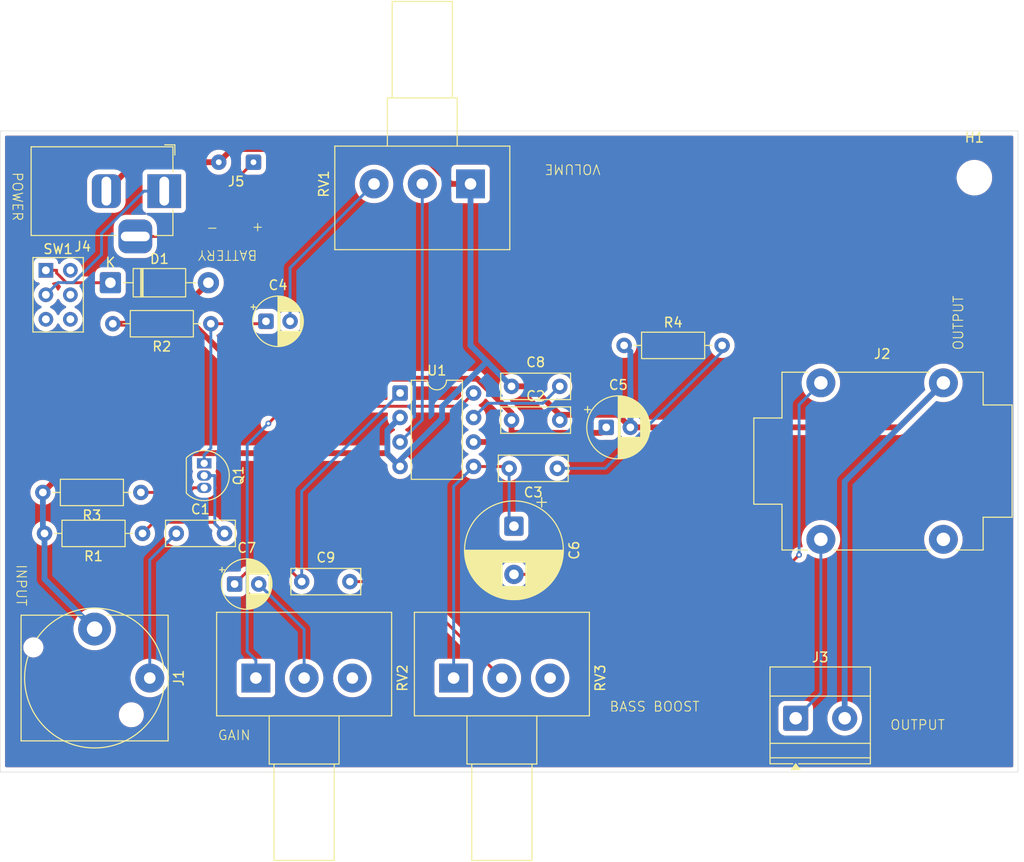
<source format=kicad_pcb>
(kicad_pcb (version 20241229) (generator "pcbnew") (generator_version "9.0")
  (layers (0 "F.Cu" signal) (2 "B.Cu" signal) (13 "F.Paste" user) (15 "B.Paste" user) (5 "F.SilkS" user "F.Silkscreen") (7 "B.SilkS" user "B.Silkscreen") (1 "F.Mask" user) (3 "B.Mask" user) (25 "Edge.Cuts" user))
  (net 0 "")
  (net 1 "Net-(C1-Pad1)")
  (net 2 "Net-(Q1-G)")
  (net 3 "+9V")
  (net 4 "GND")
  (net 5 "Net-(C3-Pad2)")
  (net 6 "Net-(C3-Pad1)")
  (net 7 "Net-(Q1-D)")
  (net 8 "Net-(C4-Pad2)")
  (net 9 "Net-(C6-Pad2)")
  (net 10 "Net-(C7-Pad2)")
  (net 11 "Net-(C7-Pad1)")
  (net 12 "Net-(U1-BYPASS)")
  (net 13 "Net-(C9-Pad2)")
  (net 14 "Net-(D1-K)")
  (net 15 "Net-(J3-Pin_1)")
  (net 16 "/SWITCH")
  (net 17 "Net-(SW1-B)")
  (net 18 "Net-(Q1-S)")
  (net 19 "Net-(U1-+)")
  (net 21 "Net-(RV2-Pad1)")
  (footprint "Capacitor_THT:CP_Radial_D10.0mm_P5.00mm" (layer "F.Cu") (at 133.75 101 -90)
    (property "Reference" "C6" (at 2.5 -6.25 90) (layer "F.SilkS"))
    (property "Value" "470u")
    (pad "1" thru_hole roundrect (at 0 0 270) (size 2 2) (drill 1) (layers "*.Cu" "*.Mask") (roundrect_rratio 0.125) (net 5 "Net-(C3-Pad2)"))
    (pad "2" thru_hole circle (at 5 0 270) (size 2 2) (drill 1) (layers "*.Cu" "*.Mask") (net 9 "Net-(C6-Pad2)"))
  )
  (footprint "Capacitor_THT:C_Rect_L7.0mm_W2.5mm_P5.00mm" (layer "F.Cu") (at 98.75 101.75)
    (property "Reference" "C1" (at 2.5 -2.5 0) (layer "F.SilkS"))
    (property "Value" "0.1u")
    (pad "1" thru_hole circle (at 0 0) (size 1.6 1.6) (drill 0.8) (layers "*.Cu" "*.Mask") (net 1 "Net-(C1-Pad1)"))
    (pad "2" thru_hole circle (at 5 0) (size 1.6 1.6) (drill 0.8) (layers "*.Cu" "*.Mask") (net 2 "Net-(Q1-G)"))
  )
  (footprint "Capacitor_THT:C_Rect_L7.0mm_W2.5mm_P5.00mm" (layer "F.Cu") (at 111.75 106.75)
    (property "Reference" "C9" (at 2.5 -2.5 0) (layer "F.SilkS"))
    (property "Value" "33N")
    (pad "1" thru_hole circle (at 0 0) (size 1.6 1.6) (drill 0.8) (layers "*.Cu" "*.Mask") (net 11 "Net-(C7-Pad1)"))
    (pad "2" thru_hole circle (at 5 0) (size 1.6 1.6) (drill 0.8) (layers "*.Cu" "*.Mask") (net 13 "Net-(C9-Pad2)"))
  )
  (footprint "Potentiometer_THT:Potentiometer_Alps_RK163_Single_Horizontal" (layer "F.Cu") (at 127.5 116.75 90)
    (property "Reference" "RV3" (at 0 15.2 90) (layer "F.SilkS"))
    (property "Value" "10K LIN")
    (pad "1" thru_hole rect (at 0 0 270) (size 3 3) (drill 1.2) (layers "*.Cu" "*.Mask") (net 5 "Net-(C3-Pad2)"))
    (pad "2" thru_hole circle (at 0 5 270) (size 3 3) (drill 1.2) (layers "*.Cu" "*.Mask") (net 13 "Net-(C9-Pad2)"))
    (pad "3" thru_hole circle (at 0 10 270) (size 3 3) (drill 1.2) (layers "*.Cu" "*.Mask"))
  )
  (footprint "Resistor_THT:R_Axial_DIN0207_L6.3mm_D2.5mm_P10.16mm_Horizontal" (layer "F.Cu") (at 145.17 82.25)
    (property "Reference" "R4" (at 5.08 -2.37 0) (layer "F.SilkS"))
    (property "Value" "40")
    (pad "1" thru_hole circle (at 0 0) (size 1.6 1.6) (drill 0.8) (layers "*.Cu" "*.Mask") (net 4 "GND"))
    (pad "2" thru_hole circle (at 10.16 0) (size 1.6 1.6) (drill 0.8) (layers "*.Cu" "*.Mask") (net 6 "Net-(C3-Pad1)"))
  )
  (footprint "Capacitor_THT:C_Rect_L7.0mm_W2.5mm_P5.00mm" (layer "F.Cu") (at 138.25 95 180)
    (property "Reference" "C3" (at 2.5 -2.5 0) (layer "F.SilkS"))
    (property "Value" "470u")
    (pad "1" thru_hole circle (at 0 0 180) (size 1.6 1.6) (drill 0.8) (layers "*.Cu" "*.Mask") (net 6 "Net-(C3-Pad1)"))
    (pad "2" thru_hole circle (at 5 0 180) (size 1.6 1.6) (drill 0.8) (layers "*.Cu" "*.Mask") (net 5 "Net-(C3-Pad2)"))
  )
  (footprint "Resistor_THT:R_Axial_DIN0207_L6.3mm_D2.5mm_P10.16mm_Horizontal" (layer "F.Cu") (at 102.33 80 180)
    (property "Reference" "R2" (at 5.08 -2.37 0) (layer "F.SilkS"))
    (property "Value" "4.7K")
    (pad "1" thru_hole circle (at 0 0 180) (size 1.6 1.6) (drill 0.8) (layers "*.Cu" "*.Mask") (net 7 "Net-(Q1-D)"))
    (pad "2" thru_hole circle (at 10.16 0 180) (size 1.6 1.6) (drill 0.8) (layers "*.Cu" "*.Mask") (net 3 "+9V"))
  )
  (footprint "Resistor_THT:R_Axial_DIN0207_L6.3mm_D2.5mm_P10.16mm_Horizontal" (layer "F.Cu") (at 95.08 97.5 180)
    (property "Reference" "R3" (at 5.08 -2.37 0) (layer "F.SilkS"))
    (property "Value" "1K")
    (pad "1" thru_hole circle (at 0 0 180) (size 1.6 1.6) (drill 0.8) (layers "*.Cu" "*.Mask") (net 18 "Net-(Q1-S)"))
    (pad "2" thru_hole circle (at 10.16 0 180) (size 1.6 1.6) (drill 0.8) (layers "*.Cu" "*.Mask") (net 4 "GND"))
  )
  (footprint "TerminalBlock_Phoenix:TerminalBlock_Phoenix_MKDS-1,5-2-5.08_1x02_P5.08mm_Horizontal" (layer "F.Cu") (at 162.955 120.9225)
    (property "Reference" "J3" (at 2.54 -6.32 0) (layer "F.SilkS"))
    (property "Value" "Screw_Terminal_01x02")
    (pad "1" thru_hole roundrect (at 0 0) (size 2.6 2.6) (drill 1.3) (layers "*.Cu" "*.Mask") (roundrect_rratio 0.096154) (net 15 "Net-(J3-Pin_1)"))
    (pad "2" thru_hole circle (at 5.08 0) (size 2.6 2.6) (drill 1.3) (layers "*.Cu" "*.Mask") (net 4 "GND"))
  )
  (footprint "Diode_THT:D_DO-41_SOD81_P10.16mm_Horizontal" (layer "F.Cu") (at 91.92 75.75)
    (property "Reference" "D1" (at 5.08 -2.47 0) (layer "F.SilkS"))
    (property "Value" "1N5817")
    (fp_text user "K" (at 0 -2.1 0) (layer "F.SilkS"))
    (pad "1" thru_hole roundrect (at 0 0) (size 2.2 2.2) (drill 1.1) (layers "*.Cu" "*.Mask") (roundrect_rratio 0.113636) (net 14 "Net-(D1-K)"))
    (pad "2" thru_hole circle (at 10.16 0) (size 2.2 2.2) (drill 1.1) (layers "*.Cu" "*.Mask") (net 3 "+9V"))
  )
  (footprint "Capacitor_THT:C_Rect_L7.0mm_W2.5mm_P5.00mm" (layer "F.Cu") (at 133.5 90)
    (property "Reference" "C2" (at 2.5 -2.5 0) (layer "F.SilkS"))
    (property "Value" "100u")
    (pad "1" thru_hole circle (at 0 0) (size 1.6 1.6) (drill 0.8) (layers "*.Cu" "*.Mask") (net 3 "+9V"))
    (pad "2" thru_hole circle (at 5 0) (size 1.6 1.6) (drill 0.8) (layers "*.Cu" "*.Mask") (net 4 "GND"))
  )
  (footprint "Connector_BarrelJack:BarrelJack_Horizontal" (layer "F.Cu") (at 97.5 66.25)
    (property "Reference" "J4" (at -8.45 5.75 0) (layer "F.SilkS"))
    (property "Value" "Barrel_Jack_Switch")
    (pad "1" thru_hole rect (at 0 0) (size 3.5 3.5) (drill oval 1 3) (layers "*.Cu" "*.Mask") (net 17 "Net-(SW1-B)"))
    (pad "2" thru_hole roundrect (at -6 0) (size 3 3.5) (drill oval 1 3) (layers "*.Cu" "*.Mask") (net 4 "GND"))
    (pad "3" thru_hole roundrect (at -3 4.7) (size 3.5 3.5) (drill oval 3 1) (layers "*.Cu" "*.Mask") (net 16 "/SWITCH"))
  )
  (footprint "Resistor_THT:R_Axial_DIN0207_L6.3mm_D2.5mm_P10.16mm_Horizontal" (layer "F.Cu") (at 95.25 101.75 180)
    (property "Reference" "R1" (at 5.08 -2.37 0) (layer "F.SilkS"))
    (property "Value" "1M")
    (pad "1" thru_hole circle (at 0 0 180) (size 1.6 1.6) (drill 0.8) (layers "*.Cu" "*.Mask") (net 2 "Net-(Q1-G)"))
    (pad "2" thru_hole circle (at 10.16 0 180) (size 1.6 1.6) (drill 0.8) (layers "*.Cu" "*.Mask") (net 4 "GND"))
  )
  (footprint "Capacitor_THT:CP_Radial_D6.3mm_P2.50mm" (layer "F.Cu") (at 143.3176 90.75)
    (property "Reference" "C5" (at 1.25 -4.4 0) (layer "F.SilkS"))
    (property "Value" "100u")
    (pad "1" thru_hole roundrect (at 0 0) (size 1.6 1.6) (drill 0.8) (layers "*.Cu" "*.Mask") (roundrect_rratio 0.15625) (net 3 "+9V"))
    (pad "2" thru_hole circle (at 2.5 0) (size 1.6 1.6) (drill 0.8) (layers "*.Cu" "*.Mask") (net 4 "GND"))
  )
  (footprint "MountingHole:MountingHole_3.2mm_M3" (layer "F.Cu") (at 181.4789 64.8515)
    (property "Reference" "H1" (at 0 -4.15 0) (layer "F.SilkS"))
    (property "Value" "MountingHole")
    (pad "" np_thru_hole circle (at 0 0) (size 3.2 3.2) (drill 3.2) (layers "*.Cu" "*.Mask"))
  )
  (footprint "Connector_Audio:Jack_6.35mm_Neutrik_NJ2FD-V_Vertical" (layer "F.Cu") (at 96 116.75 -90)
    (property "Reference" "J1" (at 0 -3 90) (layer "F.SilkS"))
    (property "Value" "AudioJack2")
    (pad "" np_thru_hole circle (at -3.18 12.07 90) (size 1.6 1.6) (drill 1.6) (layers "*.Cu" "*.Mask"))
    (pad "" np_thru_hole circle (at 3.81 1.91 90) (size 2.1 2.1) (drill 2.1) (layers "*.Cu" "*.Mask"))
    (pad "S" thru_hole circle (at -5.08 5.72 90) (size 3.4 3.4) (drill 1.6) (layers "*.Cu" "*.Mask") (net 4 "GND"))
    (pad "T" thru_hole circle (at 0 0 90) (size 3 3) (drill 1.2) (layers "*.Cu" "*.Mask") (net 1 "Net-(C1-Pad1)"))
  )
  (footprint "Connector_Wire:SolderWire-0.1sqmm_1x02_P3.6mm_D0.4mm_OD1mm" (layer "F.Cu") (at 106.75 63.25 180)
    (property "Reference" "J5" (at 1.8 -2 0) (layer "F.SilkS"))
    (property "Value" "Conn_01x02_Pin")
    (pad "1" thru_hole roundrect (at 0 0 180) (size 1.6 1.6) (drill 0.6) (layers "*.Cu" "*.Mask") (roundrect_rratio 0.15625) (net 16 "/SWITCH"))
    (pad "2" thru_hole circle (at 3.6 0 180) (size 1.6 1.6) (drill 0.6) (layers "*.Cu" "*.Mask") (net 4 "GND"))
  )
  (footprint "Package_TO_SOT_THT:TO-92_Inline" (layer "F.Cu") (at 101.64 94.48 -90)
    (property "Reference" "Q1" (at 1.27 -3.56 90) (layer "F.SilkS"))
    (property "Value" "NJFET")
    (pad "1" thru_hole rect (at 0 0 270) (size 1.05 1.5) (drill 0.75) (layers "*.Cu" "*.Mask") (net 7 "Net-(Q1-D)"))
    (pad "2" thru_hole oval (at 1.27 0 270) (size 1.05 1.5) (drill 0.75) (layers "*.Cu" "*.Mask") (net 2 "Net-(Q1-G)"))
    (pad "3" thru_hole oval (at 2.54 0 270) (size 1.05 1.5) (drill 0.75) (layers "*.Cu" "*.Mask") (net 18 "Net-(Q1-S)"))
  )
  (footprint "Connector_Audio:Jack_6.35mm_Neutrik_NMJ4HCD2_Horizontal" (layer "F.Cu") (at 165.565 86.135)
    (property "Reference" "J2" (at 6.35 -3 0) (layer "F.SilkS"))
    (property "Value" "AudioJack2_SwitchT")
    (pad "S" thru_hole circle (at 12.7 0) (size 3 3) (drill 1.4) (layers "*.Cu" "*.Mask") (net 4 "GND"))
    (pad "SN" thru_hole circle (at 12.7 16.23) (size 3 3) (drill 1.4) (layers "*.Cu" "*.Mask"))
    (pad "T" thru_hole circle (at 0 0) (size 3 3) (drill 1.4) (layers "*.Cu" "*.Mask") (net 9 "Net-(C6-Pad2)"))
    (pad "TN" thru_hole circle (at 0 16.23) (size 3 3) (drill 1.4) (layers "*.Cu" "*.Mask") (net 15 "Net-(J3-Pin_1)"))
  )
  (footprint "Capacitor_THT:CP_Radial_D5.0mm_P2.50mm" (layer "F.Cu") (at 104.7949 107)
    (property "Reference" "C7" (at 1.25 -3.75 0) (layer "F.SilkS"))
    (property "Value" "10u")
    (pad "1" thru_hole roundrect (at 0 0) (size 1.6 1.6) (drill 0.8) (layers "*.Cu" "*.Mask") (roundrect_rratio 0.15625) (net 11 "Net-(C7-Pad1)"))
    (pad "2" thru_hole circle (at 2.5 0) (size 1.6 1.6) (drill 0.8) (layers "*.Cu" "*.Mask") (net 10 "Net-(C7-Pad2)"))
  )
  (footprint "Potentiometer_THT:Potentiometer_Alps_RK163_Single_Horizontal" (layer "F.Cu") (at 107 116.75 90)
    (property "Reference" "RV2" (at 0 15.2 90) (layer "F.SilkS"))
    (property "Value" "1K LIN")
    (pad "1" thru_hole rect (at 0 0 270) (size 3 3) (drill 1.2) (layers "*.Cu" "*.Mask") (net 21 "Net-(RV2-Pad1)"))
    (pad "2" thru_hole circle (at 0 5 270) (size 3 3) (drill 1.2) (layers "*.Cu" "*.Mask") (net 10 "Net-(C7-Pad2)"))
    (pad "3" thru_hole circle (at 0 10 270) (size 3 3) (drill 1.2) (layers "*.Cu" "*.Mask"))
  )
  (footprint "Button_Switch_THT:SW_NKK_G1xJP" (layer "F.Cu") (at 85.23 74.46)
    (property "Reference" "SW1" (at 1.27 -2.2 0) (layer "F.SilkS"))
    (property "Value" "SW_SPDT")
    (pad "1" thru_hole rect (at 0 0) (size 1.524 1.524) (drill 0.8128) (layers "*.Cu" "*.Mask") (net 14 "Net-(D1-K)"))
    (pad "2" thru_hole circle (at 0 2.54) (size 1.524 1.524) (drill 0.8128) (layers "*.Cu" "*.Mask") (net 17 "Net-(SW1-B)"))
    (pad "3" thru_hole circle (at 0 5.08) (size 1.524 1.524) (drill 0.8128) (layers "*.Cu" "*.Mask"))
    (pad "4" thru_hole circle (at 2.54 5.08) (size 1.524 1.524) (drill 0.8128) (layers "*.Cu" "*.Mask"))
    (pad "5" thru_hole circle (at 2.54 2.54) (size 1.524 1.524) (drill 0.8128) (layers "*.Cu" "*.Mask"))
    (pad "6" thru_hole circle (at 2.54 0) (size 1.524 1.524) (drill 0.8128) (layers "*.Cu" "*.Mask"))
  )
  (footprint "Package_DIP:DIP-8_W7.62mm" (layer "F.Cu") (at 121.945 87.19)
    (property "Reference" "U1" (at 3.81 -2.33 0) (layer "F.SilkS"))
    (property "Value" "LM386")
    (pad "1" thru_hole roundrect (at 0 0) (size 1.6 1.6) (drill 0.8) (layers "*.Cu" "*.Mask") (roundrect_rratio 0.15625) (net 11 "Net-(C7-Pad1)"))
    (pad "2" thru_hole circle (at 0 2.54) (size 1.6 1.6) (drill 0.8) (layers "*.Cu" "*.Mask") (net 4 "GND"))
    (pad "3" thru_hole circle (at 0 5.08) (size 1.6 1.6) (drill 0.8) (layers "*.Cu" "*.Mask") (net 19 "Net-(U1-+)"))
    (pad "4" thru_hole circle (at 0 7.62) (size 1.6 1.6) (drill 0.8) (layers "*.Cu" "*.Mask") (net 4 "GND"))
    (pad "5" thru_hole circle (at 7.62 7.62) (size 1.6 1.6) (drill 0.8) (layers "*.Cu" "*.Mask") (net 5 "Net-(C3-Pad2)"))
    (pad "6" thru_hole circle (at 7.62 5.08) (size 1.6 1.6) (drill 0.8) (layers "*.Cu" "*.Mask") (net 3 "+9V"))
    (pad "7" thru_hole circle (at 7.62 2.54) (size 1.6 1.6) (drill 0.8) (layers "*.Cu" "*.Mask") (net 12 "Net-(U1-BYPASS)"))
    (pad "8" thru_hole circle (at 7.62 0) (size 1.6 1.6) (drill 0.8) (layers "*.Cu" "*.Mask") (net 21 "Net-(RV2-Pad1)"))
  )
  (footprint "Capacitor_THT:CP_Radial_D5.0mm_P2.50mm" (layer "F.Cu") (at 108.0449 79.75)
    (property "Reference" "C4" (at 1.25 -3.75 0) (layer "F.SilkS"))
    (property "Value" "10u")
    (pad "1" thru_hole roundrect (at 0 0) (size 1.6 1.6) (drill 0.8) (layers "*.Cu" "*.Mask") (roundrect_rratio 0.15625) (net 7 "Net-(Q1-D)"))
    (pad "2" thru_hole circle (at 2.5 0) (size 1.6 1.6) (drill 0.8) (layers "*.Cu" "*.Mask") (net 8 "Net-(C4-Pad2)"))
  )
  (footprint "Potentiometer_THT:Potentiometer_Alps_RK163_Single_Horizontal" (layer "F.Cu") (at 129.25 65.5 -90)
    (property "Reference" "RV1" (at 0 15.2 90) (layer "F.SilkS"))
    (property "Value" "10K LOG")
    (pad "1" thru_hole rect (at 0 0 90) (size 3 3) (drill 1.2) (layers "*.Cu" "*.Mask") (net 4 "GND"))
    (pad "2" thru_hole circle (at 0 5 90) (size 3 3) (drill 1.2) (layers "*.Cu" "*.Mask") (net 19 "Net-(U1-+)"))
    (pad "3" thru_hole circle (at 0 10 90) (size 3 3) (drill 1.2) (layers "*.Cu" "*.Mask") (net 8 "Net-(C4-Pad2)"))
  )
  (footprint "Capacitor_THT:C_Rect_L7.0mm_W2.5mm_P5.00mm" (layer "F.Cu") (at 133.5 86.5)
    (property "Reference" "C8" (at 2.5 -2.5 0) (layer "F.SilkS"))
    (property "Value" "10u")
    (pad "1" thru_hole circle (at 0 0) (size 1.6 1.6) (drill 0.8) (layers "*.Cu" "*.Mask") (net 4 "GND"))
    (pad "2" thru_hole circle (at 5 0) (size 1.6 1.6) (drill 0.8) (layers "*.Cu" "*.Mask") (net 12 "Net-(U1-BYPASS)"))
  )
  (gr_rect (start 80.5 60) (end 186 126.5) (stroke (width 0.05)) (fill no) (layer "Edge.Cuts"))
  (gr_text "OUTPUT\n" (at 180.4 82.8 90) (layer "F.SilkS") (effects (font (size 1 1) (thickness 0.1)) (justify left bottom)))
  (gr_text "BATTERY\n" (at 107.2 72.3 180) (layer "F.SilkS") (effects (font (size 1 1) (thickness 0.1)) (justify left bottom)))
  (gr_text "BASS BOOST\n" (at 143.6 120.3 0) (layer "F.SilkS") (effects (font (size 1 1) (thickness 0.1)) (justify left bottom)))
  (gr_text "POWER\n" (at 81.7 64.2 270) (layer "F.SilkS") (effects (font (size 1 1) (thickness 0.1)) (justify left bottom)))
  (gr_text "+" (at 106.5 70.5 0) (layer "F.SilkS") (effects (font (size 1 1) (thickness 0.1)) (justify left bottom)))
  (gr_text "INPUT\n" (at 82.1 104.9 270) (layer "F.SilkS") (effects (font (size 1 1) (thickness 0.1)) (justify left bottom)))
  (gr_text "-\n" (at 101.8 70.6 0) (layer "F.SilkS") (effects (font (size 1 1) (thickness 0.1)) (justify left bottom)))
  (gr_text "GAIN\n" (at 103 123.27 0) (layer "F.SilkS") (effects (font (size 1 1) (thickness 0.1)) (justify left bottom)))
  (gr_text "VOLUME\n" (at 142.8 63.4 180) (layer "F.SilkS") (effects (font (size 1 1) (thickness 0.1)) (justify left bottom)))
  (gr_text "OUTPUT\n" (at 172.7 122.2 0) (layer "F.SilkS") (effects (font (size 1 1) (thickness 0.1)) (justify left bottom)))
  (segment (start 96 104.5) (end 96 116.75) (width 0.3) (layer "B.Cu") (net 1))
  (segment (start 98.75 101.75) (end 96 104.5) (width 0.3) (layer "B.Cu") (net 1))
  (segment (start 96.4086 100.591) (end 102.591 100.591) (width 0.3) (layer "F.Cu") (net 2))
  (segment (start 102.591 100.591) (end 103.75 101.75) (width 0.3) (layer "F.Cu") (net 2))
  (segment (start 95.25 101.75) (end 96.4086 100.591) (width 0.3) (layer "F.Cu") (net 2))
  (segment (start 102.742 100.742) (end 103.75 101.75) (width 0.3) (layer "B.Cu") (net 2))
  (segment (start 102.742 95.75) (end 102.742 100.742) (width 0.3) (layer "B.Cu") (net 2))
  (segment (start 101.64 95.75) (end 102.742 95.75) (width 0.3) (layer "B.Cu") (net 2))
  (segment (start 102.08 75.75) (end 99.1581 78.6719) (width 0.6) (layer "F.Cu") (net 3))
  (segment (start 143.318 90.7504) (end 143.318 90.7502) (width 0.6) (layer "F.Cu") (net 3))
  (segment (start 133.5 89.2732) (end 133.5 90) (width 0.6) (layer "F.Cu") (net 3))
  (segment (start 133.5 91.32) (end 133.5 92.27) (width 0.6) (layer "F.Cu") (net 3))
  (segment (start 99.1581 78.6719) (end 97.83 80) (width 0.6) (layer "F.Cu") (net 3))
  (segment (start 142.748 91.32) (end 133.5 91.32) (width 0.6) (layer "F.Cu") (net 3))
  (segment (start 129.931 85.7039) (end 133.5 89.2732) (width 0.6) (layer "F.Cu") (net 3))
  (segment (start 143.033 91.035) (end 142.748 91.32) (width 0.6) (layer "F.Cu") (net 3))
  (segment (start 143.033 91.035) (end 143.318 90.7504) (width 0.6) (layer "F.Cu") (net 3))
  (segment (start 97.83 80) (end 92.17 80) (width 0.6) (layer "F.Cu") (net 3))
  (segment (start 133.5 90) (end 133.5 91.32) (width 0.6) (layer "F.Cu") (net 3))
  (segment (start 106.19 85.7039) (end 129.931 85.7039) (width 0.6) (layer "F.Cu") (net 3))
  (segment (start 99.1581 78.6719) (end 106.19 85.7039) (width 0.6) (layer "F.Cu") (net 3))
  (segment (start 133.5 92.27) (end 129.565 92.27) (width 0.6) (layer "F.Cu") (net 3))
  (segment (start 143.318 90.75) (end 143.033 91.035) (width 0.6) (layer "F.Cu") (net 3))
  (segment (start 143.318 90.7502) (end 143.3178 90.7502) (width 0.6) (layer "F.Cu") (net 3))
  (segment (start 143.318 90.7502) (end 143.318 90.75) (width 0.6) (layer "F.Cu") (net 3))
  (segment (start 143.3178 90.7502) (end 143.3176 90.75) (width 0.6) (layer "F.Cu") (net 3))
  (segment (start 138.5 89.4467) (end 144.514 89.4467) (width 0.6) (layer "F.Cu") (net 4))
  (segment (start 84.92 97.5) (end 88.9931 93.4269) (width 0.6) (layer "F.Cu") (net 4))
  (segment (start 145.818 90.75) (end 173.65 90.75) (width 0.6) (layer "F.Cu") (net 4))
  (segment (start 144.514 89.4467) (end 145.818 90.7498) (width 0.6) (layer "F.Cu") (net 4))
  (segment (start 145.818 90.7499) (end 145.8177 90.7499) (width 0.6) (layer "F.Cu") (net 4))
  (segment (start 145.818 90.7499) (end 145.818 90.75) (width 0.6) (layer "F.Cu") (net 4))
  (segment (start 135.553 86.5) (end 133.5 86.5) (width 0.6) (layer "F.Cu") (net 4))
  (segment (start 145.818 90.75) (end 145.818 90.7499) (width 0.6) (layer "F.Cu") (net 4))
  (segment (start 173.65 90.75) (end 178.265 86.135) (width 0.6) (layer "F.Cu") (net 4))
  (segment (start 88.9931 93.4269) (end 120.562 93.4269) (width 0.6) (layer "F.Cu") (net 4))
  (segment (start 123.629 61.8804) (end 104.52 61.8804) (width 0.6) (layer "F.Cu") (net 4))
  (segment (start 94.5 63.25) (end 103.15 63.25) (width 0.6) (layer "F.Cu") (net 4))
  (segment (start 145.8177 90.7499) (end 145.8176 90.75) (width 0.6) (layer "F.Cu") (net 4))
  (segment (start 129.25 65.5) (end 127.248 65.5) (width 0.6) (layer "F.Cu") (net 4))
  (segment (start 104.52 61.8804) (end 103.15 63.25) (width 0.6) (layer "F.Cu") (net 4))
  (segment (start 145.818 90.7499) (end 145.818 90.7498) (width 0.6) (layer "F.Cu") (net 4))
  (segment (start 138.5 90) (end 138.5 89.4467) (width 0.6) (layer "F.Cu") (net 4))
  (segment (start 91.5 66.25) (end 94.5 63.25) (width 0.6) (layer "F.Cu") (net 4))
  (segment (start 145.818 90.7498) (end 145.818 90.7499) (width 0.6) (layer "F.Cu") (net 4))
  (segment (start 120.562 93.4269) (end 121.945 94.81) (width 0.6) (layer "F.Cu") (net 4))
  (segment (start 138.5 89.4467) (end 135.553 86.5) (width 0.6) (layer "F.Cu") (net 4))
  (segment (start 127.248 65.5) (end 123.629 61.8804) (width 0.6) (layer "F.Cu") (net 4))
  (segment (start 130.946 83.9463) (end 133.5 86.5) (width 0.6) (layer "B.Cu") (net 4))
  (segment (start 90.28 111.67) (end 85.09 106.48) (width 0.6) (layer "B.Cu") (net 4))
  (segment (start 145.818 86.8242) (end 145.818 88.7869) (width 0.6) (layer "B.Cu") (net 4))
  (segment (start 145.8176 88.7873) (end 145.8176 90.75) (width 0.6) (layer "B.Cu") (net 4))
  (segment (start 145.818 82.8976) (end 145.17 82.25) (width 0.6) (layer "B.Cu") (net 4))
  (segment (start 85.09 106.48) (end 85.09 101.75) (width 0.6) (layer "B.Cu") (net 4))
  (segment (start 145.818 88.7869) (end 145.818 90.75) (width 0.6) (layer "B.Cu") (net 4))
  (segment (start 121.945 94.81) (end 121.628 94.4932) (width 0.6) (layer "B.Cu") (net 4))
  (segment (start 168.035 120.922) (end 168.035 96.365) (width 0.6) (layer "B.Cu") (net 4))
  (segment (start 145.818 86.8238) (end 145.818 86.8242) (width 0.6) (layer "B.Cu") (net 4))
  (segment (start 145.818 88.7869) (end 145.8176 88.7873) (width 0.6) (layer "B.Cu") (net 4))
  (segment (start 120.63 91.0448) (end 121.945 89.73) (width 0.6) (layer "B.Cu") (net 4))
  (segment (start 168.035 120.9225) (end 168.035 120.922) (width 0.6) (layer "B.Cu") (net 4))
  (segment (start 85.09 101.75) (end 84.92 101.58) (width 0.6) (layer "B.Cu") (net 4))
  (segment (start 129.25 82.25) (end 130.946 83.9463) (width 0.6) (layer "B.Cu") (net 4))
  (segment (start 126.3 89.8219) (end 126.3 88.5931) (width 0.6) (layer "B.Cu") (net 4))
  (segment (start 126.3 88.5931) (end 130.946 83.9463) (width 0.6) (layer "B.Cu") (net 4))
  (segment (start 129.25 65.5) (end 129.25 82.25) (width 0.6) (layer "B.Cu") (net 4))
  (segment (start 121.628 94.4932) (end 126.3 89.8219) (width 0.6) (layer "B.Cu") (net 4))
  (segment (start 84.92 101.58) (end 84.92 97.5) (width 0.6) (layer "B.Cu") (net 4))
  (segment (start 145.818 90.75) (end 145.818 88.7869) (width 0.6) (layer "B.Cu") (net 4))
  (segment (start 168.035 96.365) (end 178.265 86.135) (width 0.6) (layer "B.Cu") (net 4))
  (segment (start 145.818 86.8238) (end 145.818 82.8976) (width 0.6) (layer "B.Cu") (net 4))
  (segment (start 121.628 94.4932) (end 120.63 93.4952) (width 0.6) (layer "B.Cu") (net 4))
  (segment (start 120.63 93.4952) (end 120.63 91.0448) (width 0.6) (layer "B.Cu") (net 4))
  (segment (start 145.818 88.7869) (end 145.818 86.8238) (width 0.6) (layer "B.Cu") (net 4))
  (segment (start 129.565 94.81) (end 133.06 94.81) (width 0.3) (layer "F.Cu") (net 5))
  (segment (start 133.06 94.81) (end 133.25 95) (width 0.3) (layer "F.Cu") (net 5))
  (segment (start 133.25 100.5) (end 133.25 95) (width 0.3) (layer "B.Cu") (net 5))
  (segment (start 127.5 116.75) (end 127.5 96.875) (width 0.3) (layer "B.Cu") (net 5))
  (segment (start 133.75 101) (end 133.25 100.5) (width 0.3) (layer "B.Cu") (net 5))
  (segment (start 127.5 96.875) (end 129.565 94.81) (width 0.3) (layer "B.Cu") (net 5))
  (segment (start 143.223 95) (end 138.25 95) (width 0.3) (layer "B.Cu") (net 6))
  (segment (start 155.33 82.8926) (end 143.223 95) (width 0.3) (layer "B.Cu") (net 6))
  (segment (start 155.33 82.25) (end 155.33 82.8926) (width 0.3) (layer "B.Cu") (net 6))
  (segment (start 102.33 80) (end 107.795 80) (width 0.3) (layer "F.Cu") (net 7))
  (segment (start 107.795 80) (end 108.045 79.75) (width 0.3) (layer "F.Cu") (net 7))
  (segment (start 108.0449 79.75) (end 108.045 79.75) (width 0.3) (layer "F.Cu") (net 7))
  (segment (start 101.64 94.48) (end 101.64 93.6033) (width 0.3) (layer "B.Cu") (net 7))
  (segment (start 101.64 93.6033) (end 102.33 92.9133) (width 0.3) (layer "B.Cu") (net 7))
  (segment (start 102.33 92.9133) (end 102.33 80) (width 0.3) (layer "B.Cu") (net 7))
  (segment (start 110.5449 78.3638) (end 110.5449 79.75) (width 0.3) (layer "B.Cu") (net 8))
  (segment (start 110.545 76.9776) (end 110.545 78.3637) (width 0.3) (layer "B.Cu") (net 8))
  (segment (start 110.545 78.3637) (end 110.545 79.75) (width 0.3) (layer "B.Cu") (net 8))
  (segment (start 110.545 76.9775) (end 110.545 78.3637) (width 0.3) (layer "B.Cu") (net 8))
  (segment (start 110.545 74.2051) (end 110.545 76.9775) (width 0.3) (layer "B.Cu") (net 8))
  (segment (start 110.545 78.3637) (end 110.5449 78.3638) (width 0.3) (layer "B.Cu") (net 8))
  (segment (start 110.545 76.9775) (end 110.545 76.9776) (width 0.3) (layer "B.Cu") (net 8))
  (segment (start 110.545 78.3637) (end 110.545 79.75) (width 0.3) (layer "B.Cu") (net 8))
  (segment (start 119.25 65.5) (end 110.545 74.2051) (width 0.3) (layer "B.Cu") (net 8))
  (segment (start 133.75 106) (end 161.284 106) (width 0.3) (layer "F.Cu") (net 9))
  (segment (start 161.284 106) (end 163.309 103.975) (width 0.3) (layer "F.Cu") (net 9))
  (via (at 163.309 103.975) (size 0.6) (drill 0.3) (layers "F.Cu" "B.Cu") (net 9))
  (segment (start 163.309 103.975) (end 163.309 88.391) (width 0.3) (layer "B.Cu") (net 9))
  (segment (start 163.309 88.391) (end 165.565 86.135) (width 0.3) (layer "B.Cu") (net 9))
  (segment (start 112 116.75) (end 112 111.705) (width 0.3) (layer "B.Cu") (net 10))
  (segment (start 108.1835 107.889) (end 107.2949 107.0004) (width 0.3) (layer "B.Cu") (net 10))
  (segment (start 108.1835 107.889) (end 107.295 107) (width 0.3) (layer "B.Cu") (net 10))
  (segment (start 107.2949 107.0004) (end 107.2949 107) (width 0.3) (layer "B.Cu") (net 10))
  (segment (start 112 111.705) (end 109.072 108.778) (width 0.3) (layer "B.Cu") (net 10))
  (segment (start 108.1835 107.889) (end 107.295 107) (width 0.3) (layer "B.Cu") (net 10))
  (segment (start 109.072 108.778) (end 108.1835 107.889) (width 0.3) (layer "B.Cu") (net 10))
  (segment (start 109.072 108.778) (end 108.1835 107.889) (width 0.3) (layer "B.Cu") (net 10))
  (segment (start 105.955 105.84) (end 110.84 105.84) (width 0.3) (layer "F.Cu") (net 11))
  (segment (start 105.375 106.42) (end 105.955 105.84) (width 0.3) (layer "F.Cu") (net 11))
  (segment (start 105.3749 106.42) (end 104.7949 107) (width 0.3) (layer "F.Cu") (net 11))
  (segment (start 105.375 106.42) (end 105.3749 106.42) (width 0.3) (layer "F.Cu") (net 11))
  (segment (start 104.795 107) (end 105.375 106.42) (width 0.3) (layer "F.Cu") (net 11))
  (segment (start 110.84 105.84) (end 111.75 106.75) (width 0.3) (layer "F.Cu") (net 11))
  (segment (start 121.945 87.19) (end 111.75 97.385) (width 0.3) (layer "B.Cu") (net 11))
  (segment (start 111.75 97.385) (end 111.75 106.75) (width 0.3) (layer "B.Cu") (net 11))
  (segment (start 129.565 89.73) (end 131.045 88.25) (width 0.3) (layer "B.Cu") (net 12))
  (segment (start 131.045 88.25) (end 136.75 88.25) (width 0.3) (layer "B.Cu") (net 12))
  (segment (start 136.75 88.25) (end 138.5 86.5) (width 0.3) (layer "B.Cu") (net 12))
  (segment (start 122.5 106.75) (end 116.75 106.75) (width 0.3) (layer "F.Cu") (net 13))
  (segment (start 132.5 116.75) (end 122.5 106.75) (width 0.3) (layer "F.Cu") (net 13))
  (segment (start 86.3437 74.7384) (end 87.3553 75.75) (width 0.3) (layer "F.Cu") (net 14))
  (segment (start 86.3437 74.46) (end 86.3437 74.7384) (width 0.3) (layer "F.Cu") (net 14))
  (segment (start 85.23 74.46) (end 86.3437 74.46) (width 0.3) (layer "F.Cu") (net 14))
  (segment (start 87.3553 75.75) (end 91.92 75.75) (width 0.3) (layer "F.Cu") (net 14))
  (segment (start 162.955 120.922) (end 162.955 120.9225) (width 0.3) (layer "B.Cu") (net 15))
  (segment (start 165.565 102.365) (end 165.565 118.312) (width 0.3) (layer "B.Cu") (net 15))
  (segment (start 165.565 118.312) (end 162.955 120.922) (width 0.3) (layer "B.Cu") (net 15))
  (segment (start 99.05 70.95) (end 106.75 63.25) (width 0.3) (layer "F.Cu") (net 16))
  (segment (start 94.5 70.95) (end 99.05 70.95) (width 0.3) (layer "F.Cu") (net 16))
  (segment (start 95.3983 66.25) (end 97.5 66.25) (width 0.3) (layer "B.Cu") (net 17))
  (segment (start 88.093 75.73) (end 91.0029 72.8201) (width 0.3) (layer "B.Cu") (net 17))
  (segment (start 85.23 77) (end 86.5 75.73) (width 0.3) (layer "B.Cu") (net 17))
  (segment (start 91.0029 72.8201) (end 91.0029 70.6454) (width 0.3) (layer "B.Cu") (net 17))
  (segment (start 86.5 75.73) (end 88.093 75.73) (width 0.3) (layer "B.Cu") (net 17))
  (segment (start 91.0029 70.6454) (end 95.3983 66.25) (width 0.3) (layer "B.Cu") (net 17))
  (segment (start 101.64 97.02) (end 100.538 97.02) (width 0.3) (layer "F.Cu") (net 18))
  (segment (start 100.538 97.02) (end 100.058 97.5) (width 0.3) (layer "F.Cu") (net 18))
  (segment (start 100.058 97.5) (end 95.08 97.5) (width 0.3) (layer "F.Cu") (net 18))
  (segment (start 124.25 89.965) (end 121.945 92.27) (width 0.3) (layer "B.Cu") (net 19))
  (segment (start 124.25 65.5) (end 124.25 89.965) (width 0.3) (layer "B.Cu") (net 19))
  (segment (start 110.085 88.5593) (end 128.196 88.5593) (width 0.3) (layer "F.Cu") (net 21))
  (segment (start 108.294 90.35) (end 110.085 88.5593) (width 0.3) (layer "F.Cu") (net 21))
  (segment (start 128.196 88.5593) (end 129.565 87.19) (width 0.3) (layer "F.Cu") (net 21))
  (via (at 108.294 90.35) (size 0.6) (drill 0.3) (layers "F.Cu" "B.Cu") (net 21))
  (segment (start 106.099 92.5453) (end 108.294 90.35) (width 0.3) (layer "B.Cu") (net 21))
  (segment (start 106.099 113.997) (end 106.099 92.5453) (width 0.3) (layer "B.Cu") (net 21))
  (segment (start 107 116.75) (end 107 114.898) (width 0.3) (layer "B.Cu") (net 21))
  (segment (start 107 114.898) (end 106.099 113.997) (width 0.3) (layer "B.Cu") (net 21))
  (zone (net 0) (net_name "") (layer "F.Cu") (connect_pads (clearance 0.5)) (min_thickness 0.25) (fill yes (thermal_gap 0.5) (thermal_bridge_width 0.5) (island_removal_mode 1) (island_area_min 10))
    (polygon (pts (xy 80.5 60) (xy 186 60) (xy 186 126.5) (xy 80.5 126.5)))
  )
  (zone (net 0) (net_name "") (layer "B.Cu") (priority 1) (connect_pads (clearance 0.5)) (min_thickness 0.25) (fill yes (thermal_gap 0.5) (thermal_bridge_width 0.5) (island_removal_mode 1) (island_area_min 10))
    (polygon (pts (xy 80.5 60) (xy 186 60) (xy 186 126.5) (xy 80.5 126.5)))
  )
)
</source>
